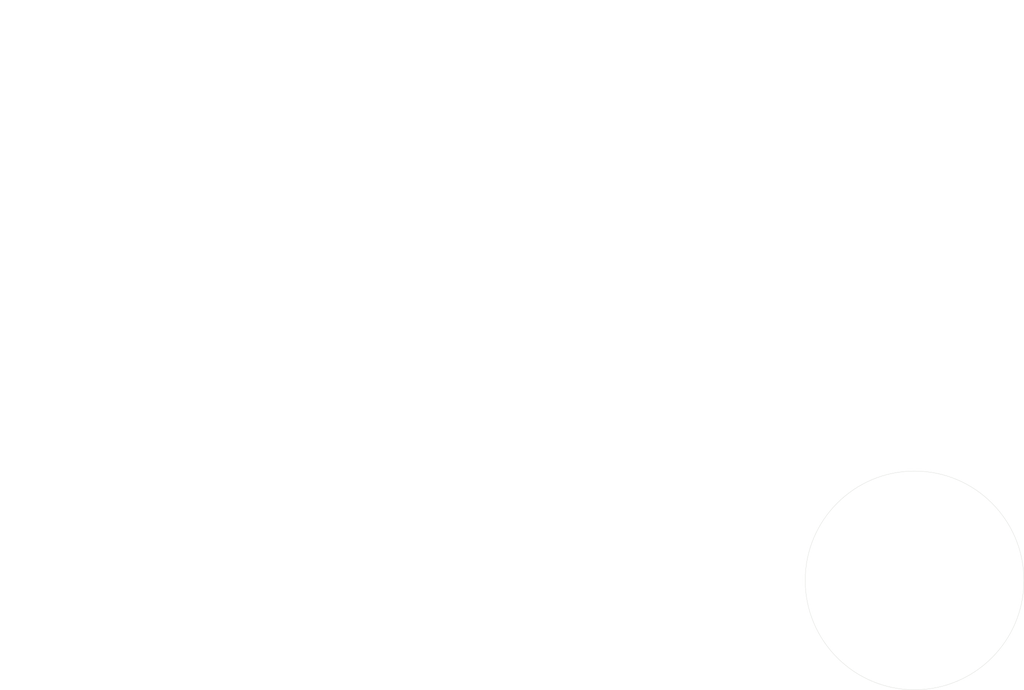
<source format=kicad_pcb>
(kicad_pcb (version 20240108) (generator "pcbnew") (generator_version "8.0")
  (layers (0 "F.Cu" signal) (1 "In1.Cu" signal) (2 "In2.Cu" signal) (31 "B.Cu" signal) (34 "B.Paste" user) (35 "F.Paste" user) (36 "B.SilkS" user "B.Silkscreen") (37 "F.SilkS" user "F.Silkscreen") (38 "B.Mask" user) (39 "F.Mask" user) (44 "Edge.Cuts" user))
  (net 0 "")
  (gr_circle (center 163.897705 104) (end 183.397705 106) (stroke (width 0.05)) (fill none) (layer "Edge.Cuts"))
)
</source>
